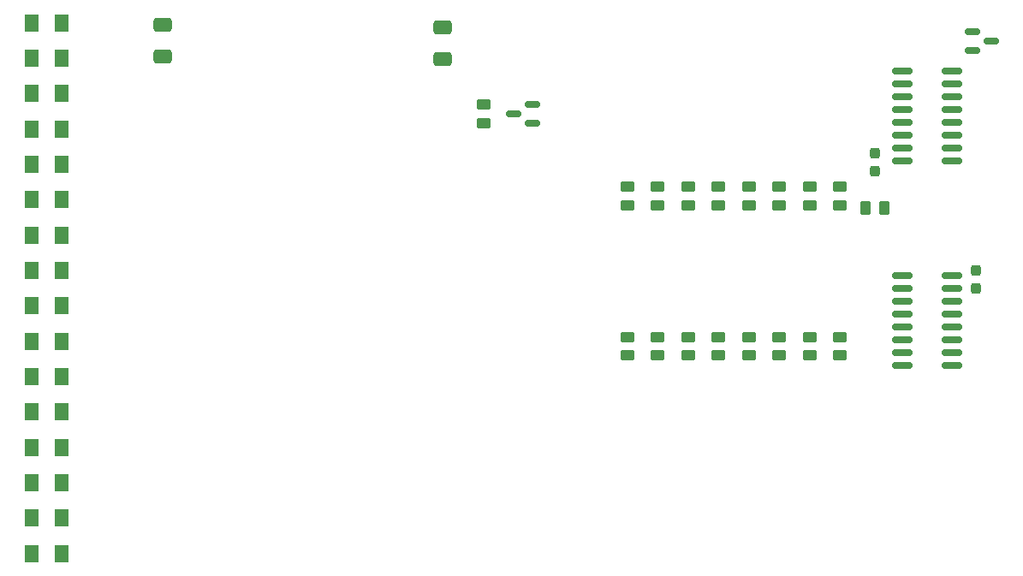
<source format=gbr>
%TF.GenerationSoftware,KiCad,Pcbnew,8.0.9-8.0.9-0~ubuntu24.04.1*%
%TF.CreationDate,2025-03-05T09:33:49+00:00*%
%TF.ProjectId,BMS-Mux-PCB,424d532d-4d75-4782-9d50-43422e6b6963,rev?*%
%TF.SameCoordinates,Original*%
%TF.FileFunction,Paste,Top*%
%TF.FilePolarity,Positive*%
%FSLAX46Y46*%
G04 Gerber Fmt 4.6, Leading zero omitted, Abs format (unit mm)*
G04 Created by KiCad (PCBNEW 8.0.9-8.0.9-0~ubuntu24.04.1) date 2025-03-05 09:33:49*
%MOMM*%
%LPD*%
G01*
G04 APERTURE LIST*
G04 Aperture macros list*
%AMRoundRect*
0 Rectangle with rounded corners*
0 $1 Rounding radius*
0 $2 $3 $4 $5 $6 $7 $8 $9 X,Y pos of 4 corners*
0 Add a 4 corners polygon primitive as box body*
4,1,4,$2,$3,$4,$5,$6,$7,$8,$9,$2,$3,0*
0 Add four circle primitives for the rounded corners*
1,1,$1+$1,$2,$3*
1,1,$1+$1,$4,$5*
1,1,$1+$1,$6,$7*
1,1,$1+$1,$8,$9*
0 Add four rect primitives between the rounded corners*
20,1,$1+$1,$2,$3,$4,$5,0*
20,1,$1+$1,$4,$5,$6,$7,0*
20,1,$1+$1,$6,$7,$8,$9,0*
20,1,$1+$1,$8,$9,$2,$3,0*%
G04 Aperture macros list end*
%ADD10RoundRect,0.250000X0.450000X-0.262500X0.450000X0.262500X-0.450000X0.262500X-0.450000X-0.262500X0*%
%ADD11RoundRect,0.250000X-0.650000X0.412500X-0.650000X-0.412500X0.650000X-0.412500X0.650000X0.412500X0*%
%ADD12RoundRect,0.250001X0.462499X0.624999X-0.462499X0.624999X-0.462499X-0.624999X0.462499X-0.624999X0*%
%ADD13RoundRect,0.250000X0.262500X0.450000X-0.262500X0.450000X-0.262500X-0.450000X0.262500X-0.450000X0*%
%ADD14RoundRect,0.250000X-0.450000X0.262500X-0.450000X-0.262500X0.450000X-0.262500X0.450000X0.262500X0*%
%ADD15RoundRect,0.150000X0.587500X0.150000X-0.587500X0.150000X-0.587500X-0.150000X0.587500X-0.150000X0*%
%ADD16RoundRect,0.150000X-0.587500X-0.150000X0.587500X-0.150000X0.587500X0.150000X-0.587500X0.150000X0*%
%ADD17RoundRect,0.150000X-0.825000X-0.150000X0.825000X-0.150000X0.825000X0.150000X-0.825000X0.150000X0*%
%ADD18RoundRect,0.237500X-0.237500X0.300000X-0.237500X-0.300000X0.237500X-0.300000X0.237500X0.300000X0*%
%ADD19RoundRect,0.150000X0.825000X0.150000X-0.825000X0.150000X-0.825000X-0.150000X0.825000X-0.150000X0*%
%ADD20RoundRect,0.237500X0.237500X-0.300000X0.237500X0.300000X-0.237500X0.300000X-0.237500X-0.300000X0*%
G04 APERTURE END LIST*
D10*
%TO.C,R11*%
X132750000Y-101912500D03*
X132750000Y-100087500D03*
%TD*%
D11*
%TO.C,C4*%
X108500000Y-69437500D03*
X108500000Y-72562500D03*
%TD*%
D12*
%TO.C,F16*%
X70787500Y-69000000D03*
X67812500Y-69000000D03*
%TD*%
%TO.C,F12*%
X70800000Y-83000000D03*
X67825000Y-83000000D03*
%TD*%
%TO.C,F2*%
X70787500Y-118000000D03*
X67812500Y-118000000D03*
%TD*%
%TO.C,F3*%
X70800000Y-114500000D03*
X67825000Y-114500000D03*
%TD*%
D13*
%TO.C,R17*%
X152112500Y-87300000D03*
X150287500Y-87300000D03*
%TD*%
D14*
%TO.C,R6*%
X132750000Y-85250000D03*
X132750000Y-87075000D03*
%TD*%
D10*
%TO.C,R13*%
X138750000Y-101912500D03*
X138750000Y-100087500D03*
%TD*%
D12*
%TO.C,F4*%
X70800000Y-111000000D03*
X67825000Y-111000000D03*
%TD*%
%TO.C,F11*%
X70800000Y-86500000D03*
X67825000Y-86500000D03*
%TD*%
%TO.C,F15*%
X70800000Y-72500000D03*
X67825000Y-72500000D03*
%TD*%
%TO.C,F14*%
X70787500Y-76000000D03*
X67812500Y-76000000D03*
%TD*%
D15*
%TO.C,Q2*%
X117375000Y-78950000D03*
X117375000Y-77050000D03*
X115500000Y-78000000D03*
%TD*%
D12*
%TO.C,F9*%
X70800000Y-93500000D03*
X67825000Y-93500000D03*
%TD*%
D14*
%TO.C,R8*%
X126750000Y-85250000D03*
X126750000Y-87075000D03*
%TD*%
%TO.C,R1*%
X147750000Y-85250000D03*
X147750000Y-87075000D03*
%TD*%
D16*
%TO.C,Q1*%
X160862500Y-69850000D03*
X160862500Y-71750000D03*
X162737500Y-70800000D03*
%TD*%
D10*
%TO.C,R18*%
X112500000Y-78912500D03*
X112500000Y-77087500D03*
%TD*%
D11*
%TO.C,C3*%
X80800000Y-69237500D03*
X80800000Y-72362500D03*
%TD*%
D14*
%TO.C,R7*%
X129750000Y-85250000D03*
X129750000Y-87075000D03*
%TD*%
D17*
%TO.C,U2*%
X153925000Y-94055000D03*
X153925000Y-95325000D03*
X153925000Y-96595000D03*
X153925000Y-97865000D03*
X153925000Y-99135000D03*
X153925000Y-100405000D03*
X153925000Y-101675000D03*
X153925000Y-102945000D03*
X158875000Y-102945000D03*
X158875000Y-101675000D03*
X158875000Y-100405000D03*
X158875000Y-99135000D03*
X158875000Y-97865000D03*
X158875000Y-96595000D03*
X158875000Y-95325000D03*
X158875000Y-94055000D03*
%TD*%
D10*
%TO.C,R9*%
X126750000Y-101912500D03*
X126750000Y-100087500D03*
%TD*%
D14*
%TO.C,R2*%
X144750000Y-85250000D03*
X144750000Y-87075000D03*
%TD*%
D18*
%TO.C,C1*%
X161200000Y-93537500D03*
X161200000Y-95262500D03*
%TD*%
D10*
%TO.C,R15*%
X144750000Y-101912500D03*
X144750000Y-100087500D03*
%TD*%
D12*
%TO.C,F13*%
X70800000Y-79500000D03*
X67825000Y-79500000D03*
%TD*%
D10*
%TO.C,R16*%
X147750000Y-101912500D03*
X147750000Y-100087500D03*
%TD*%
%TO.C,R14*%
X141750000Y-101912500D03*
X141750000Y-100087500D03*
%TD*%
D14*
%TO.C,R3*%
X141750000Y-85250000D03*
X141750000Y-87075000D03*
%TD*%
D12*
%TO.C,F8*%
X70800000Y-97000000D03*
X67825000Y-97000000D03*
%TD*%
D19*
%TO.C,U1*%
X158875000Y-82645000D03*
X158875000Y-81375000D03*
X158875000Y-80105000D03*
X158875000Y-78835000D03*
X158875000Y-77565000D03*
X158875000Y-76295000D03*
X158875000Y-75025000D03*
X158875000Y-73755000D03*
X153925000Y-73755000D03*
X153925000Y-75025000D03*
X153925000Y-76295000D03*
X153925000Y-77565000D03*
X153925000Y-78835000D03*
X153925000Y-80105000D03*
X153925000Y-81375000D03*
X153925000Y-82645000D03*
%TD*%
D10*
%TO.C,R10*%
X129750000Y-101912500D03*
X129750000Y-100087500D03*
%TD*%
D14*
%TO.C,R4*%
X138750000Y-85250000D03*
X138750000Y-87075000D03*
%TD*%
D10*
%TO.C,R12*%
X135750000Y-101912500D03*
X135750000Y-100087500D03*
%TD*%
D12*
%TO.C,F1*%
X70787500Y-121500000D03*
X67812500Y-121500000D03*
%TD*%
D20*
%TO.C,C2*%
X151200000Y-83662500D03*
X151200000Y-81937500D03*
%TD*%
D12*
%TO.C,F7*%
X70800000Y-100500000D03*
X67825000Y-100500000D03*
%TD*%
%TO.C,F10*%
X70800000Y-90000000D03*
X67825000Y-90000000D03*
%TD*%
%TO.C,F5*%
X70787500Y-107500000D03*
X67812500Y-107500000D03*
%TD*%
D14*
%TO.C,R5*%
X135750000Y-85250000D03*
X135750000Y-87075000D03*
%TD*%
D12*
%TO.C,F6*%
X70800000Y-104000000D03*
X67825000Y-104000000D03*
%TD*%
M02*

</source>
